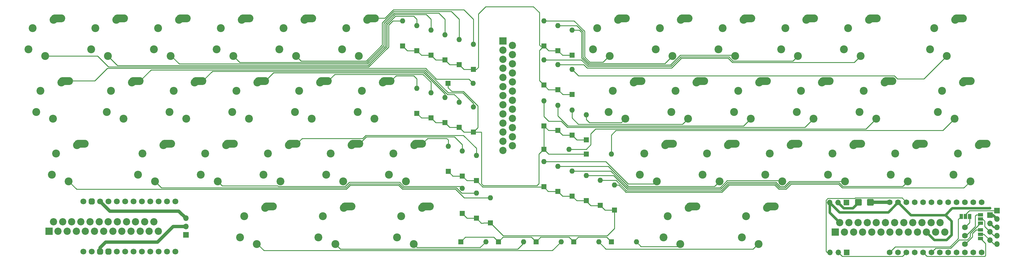
<source format=gbr>
%TF.GenerationSoftware,KiCad,Pcbnew,7.0.7*%
%TF.CreationDate,2023-09-01T02:06:52-04:00*%
%TF.ProjectId,rowStaggeredSplit,726f7753-7461-4676-9765-72656453706c,rev?*%
%TF.SameCoordinates,Original*%
%TF.FileFunction,Copper,L2,Bot*%
%TF.FilePolarity,Positive*%
%FSLAX46Y46*%
G04 Gerber Fmt 4.6, Leading zero omitted, Abs format (unit mm)*
G04 Created by KiCad (PCBNEW 7.0.7) date 2023-09-01 02:06:52*
%MOMM*%
%LPD*%
G01*
G04 APERTURE LIST*
G04 Aperture macros list*
%AMRoundRect*
0 Rectangle with rounded corners*
0 $1 Rounding radius*
0 $2 $3 $4 $5 $6 $7 $8 $9 X,Y pos of 4 corners*
0 Add a 4 corners polygon primitive as box body*
4,1,4,$2,$3,$4,$5,$6,$7,$8,$9,$2,$3,0*
0 Add four circle primitives for the rounded corners*
1,1,$1+$1,$2,$3*
1,1,$1+$1,$4,$5*
1,1,$1+$1,$6,$7*
1,1,$1+$1,$8,$9*
0 Add four rect primitives between the rounded corners*
20,1,$1+$1,$2,$3,$4,$5,0*
20,1,$1+$1,$4,$5,$6,$7,0*
20,1,$1+$1,$6,$7,$8,$9,0*
20,1,$1+$1,$8,$9,$2,$3,0*%
%AMHorizOval*
0 Thick line with rounded ends*
0 $1 width*
0 $2 $3 position (X,Y) of the first rounded end (center of the circle)*
0 $4 $5 position (X,Y) of the second rounded end (center of the circle)*
0 Add line between two ends*
20,1,$1,$2,$3,$4,$5,0*
0 Add two circle primitives to create the rounded ends*
1,1,$1,$2,$3*
1,1,$1,$4,$5*%
G04 Aperture macros list end*
%TA.AperFunction,ComponentPad*%
%ADD10C,2.400000*%
%TD*%
%TA.AperFunction,ComponentPad*%
%ADD11HorizOval,2.400000X0.999962X0.008727X-0.999962X-0.008727X0*%
%TD*%
%TA.AperFunction,ComponentPad*%
%ADD12RoundRect,0.250000X-0.750000X-0.750000X0.750000X-0.750000X0.750000X0.750000X-0.750000X0.750000X0*%
%TD*%
%TA.AperFunction,ComponentPad*%
%ADD13R,1.600000X1.600000*%
%TD*%
%TA.AperFunction,ComponentPad*%
%ADD14O,1.600000X1.600000*%
%TD*%
%TA.AperFunction,ComponentPad*%
%ADD15R,1.700000X1.700000*%
%TD*%
%TA.AperFunction,ComponentPad*%
%ADD16O,1.700000X1.700000*%
%TD*%
%TA.AperFunction,ComponentPad*%
%ADD17C,1.800000*%
%TD*%
%TA.AperFunction,ComponentPad*%
%ADD18RoundRect,0.450000X0.450000X-0.450000X0.450000X0.450000X-0.450000X0.450000X-0.450000X-0.450000X0*%
%TD*%
%TA.AperFunction,ComponentPad*%
%ADD19R,2.200000X2.200000*%
%TD*%
%TA.AperFunction,ComponentPad*%
%ADD20C,2.200000*%
%TD*%
%TA.AperFunction,ComponentPad*%
%ADD21C,1.752600*%
%TD*%
%TA.AperFunction,SMDPad,CuDef*%
%ADD22R,1.500000X1.000000*%
%TD*%
%TA.AperFunction,SMDPad,CuDef*%
%ADD23R,1.000000X1.500000*%
%TD*%
%TA.AperFunction,ViaPad*%
%ADD24C,0.800000*%
%TD*%
%TA.AperFunction,Conductor*%
%ADD25C,0.250000*%
%TD*%
%TA.AperFunction,Conductor*%
%ADD26C,0.750000*%
%TD*%
%TA.AperFunction,Conductor*%
%ADD27C,0.500000*%
%TD*%
%TA.AperFunction,Conductor*%
%ADD28C,1.000000*%
%TD*%
G04 APERTURE END LIST*
D10*
%TO.P,MX6,1,1*%
%TO.N,col5*%
X145732500Y-193675000D03*
%TO.P,MX6,2,2*%
%TO.N,Net-(D6-A)*%
X149542500Y-202115000D03*
%TO.P,MX6,1,1*%
%TO.N,col5*%
X144442500Y-200115000D03*
D11*
%TO.P,MX6,2,2*%
%TO.N,Net-(D6-A)*%
X153442542Y-190674599D03*
D10*
X152082500Y-191135000D03*
%TD*%
%TO.P,MX24,1,1*%
%TO.N,col11*%
X326707500Y-212725000D03*
%TO.P,MX24,2,2*%
%TO.N,Net-(D24-A)*%
X330517500Y-221165000D03*
%TO.P,MX24,1,1*%
%TO.N,col11*%
X325417500Y-219165000D03*
D11*
%TO.P,MX24,2,2*%
%TO.N,Net-(D24-A)*%
X334417542Y-209724599D03*
D10*
X333057500Y-210185000D03*
%TD*%
%TO.P,MX39,1,1*%
%TO.N,col5*%
X162401250Y-250825000D03*
%TO.P,MX39,2,2*%
%TO.N,Net-(D39-A)*%
X166211250Y-259265000D03*
%TO.P,MX39,1,1*%
%TO.N,col5*%
X161111250Y-257265000D03*
D11*
%TO.P,MX39,2,2*%
%TO.N,Net-(D39-A)*%
X170111292Y-247824599D03*
D10*
X168751250Y-248285000D03*
%TD*%
%TO.P,MX40,1,1*%
%TO.N,col6*%
X243363750Y-250825000D03*
%TO.P,MX40,2,2*%
%TO.N,Net-(D40-A)*%
X247173750Y-259265000D03*
%TO.P,MX40,1,1*%
%TO.N,col6*%
X242073750Y-257265000D03*
D11*
%TO.P,MX40,2,2*%
%TO.N,Net-(D40-A)*%
X251073792Y-247824599D03*
D10*
X249713750Y-248285000D03*
%TD*%
%TO.P,MX14,1,1*%
%TO.N,col1*%
X74295000Y-212725000D03*
%TO.P,MX14,2,2*%
%TO.N,Net-(D14-A)*%
X78105000Y-221165000D03*
%TO.P,MX14,1,1*%
%TO.N,col1*%
X73005000Y-219165000D03*
D11*
%TO.P,MX14,2,2*%
%TO.N,Net-(D14-A)*%
X82005042Y-209724599D03*
D10*
X80645000Y-210185000D03*
%TD*%
%TO.P,MX10,1,1*%
%TO.N,col9*%
X279082500Y-193675000D03*
%TO.P,MX10,2,2*%
%TO.N,Net-(D10-A)*%
X282892500Y-202115000D03*
%TO.P,MX10,1,1*%
%TO.N,col9*%
X277792500Y-200115000D03*
D11*
%TO.P,MX10,2,2*%
%TO.N,Net-(D10-A)*%
X286792542Y-190674599D03*
D10*
X285432500Y-191135000D03*
%TD*%
%TO.P,MX7,1,1*%
%TO.N,col6*%
X221932500Y-193675000D03*
%TO.P,MX7,2,2*%
%TO.N,Net-(D7-A)*%
X225742500Y-202115000D03*
%TO.P,MX7,1,1*%
%TO.N,col6*%
X220642500Y-200115000D03*
D11*
%TO.P,MX7,2,2*%
%TO.N,Net-(D7-A)*%
X229642542Y-190674599D03*
D10*
X228282500Y-191135000D03*
%TD*%
%TO.P,MX11,1,1*%
%TO.N,col10*%
X298132500Y-193675000D03*
%TO.P,MX11,2,2*%
%TO.N,Net-(D11-A)*%
X301942500Y-202115000D03*
%TO.P,MX11,1,1*%
%TO.N,col10*%
X296842500Y-200115000D03*
D11*
%TO.P,MX11,2,2*%
%TO.N,Net-(D11-A)*%
X305842542Y-190674599D03*
D10*
X304482500Y-191135000D03*
%TD*%
%TO.P,MX16,1,1*%
%TO.N,col3*%
X112395000Y-212725000D03*
%TO.P,MX16,2,2*%
%TO.N,Net-(D16-A)*%
X116205000Y-221165000D03*
%TO.P,MX16,1,1*%
%TO.N,col3*%
X111105000Y-219165000D03*
D11*
%TO.P,MX16,2,2*%
%TO.N,Net-(D16-A)*%
X120105042Y-209724599D03*
D10*
X118745000Y-210185000D03*
%TD*%
%TO.P,MX37,1,1*%
%TO.N,col3*%
X114776250Y-250825000D03*
%TO.P,MX37,2,2*%
%TO.N,Net-(D37-A)*%
X118586250Y-259265000D03*
%TO.P,MX37,1,1*%
%TO.N,col3*%
X113486250Y-257265000D03*
D11*
%TO.P,MX37,2,2*%
%TO.N,Net-(D37-A)*%
X122486292Y-247824599D03*
D10*
X121126250Y-248285000D03*
%TD*%
%TO.P,MX33,1,1*%
%TO.N,col8*%
X274320000Y-231775000D03*
%TO.P,MX33,2,2*%
%TO.N,Net-(D33-A)*%
X278130000Y-240215000D03*
%TO.P,MX33,1,1*%
%TO.N,col8*%
X273030000Y-238215000D03*
D11*
%TO.P,MX33,2,2*%
%TO.N,Net-(D33-A)*%
X282030042Y-228774599D03*
D10*
X280670000Y-229235000D03*
%TD*%
%TO.P,MX22,1,1*%
%TO.N,col9*%
X283845000Y-212725000D03*
%TO.P,MX22,2,2*%
%TO.N,Net-(D22-A)*%
X287655000Y-221165000D03*
%TO.P,MX22,1,1*%
%TO.N,col9*%
X282555000Y-219165000D03*
D11*
%TO.P,MX22,2,2*%
%TO.N,Net-(D22-A)*%
X291555042Y-209724599D03*
D10*
X290195000Y-210185000D03*
%TD*%
%TO.P,MX25,1,1*%
%TO.N,col0*%
X57626250Y-231775000D03*
%TO.P,MX25,2,2*%
%TO.N,Net-(D25-A)*%
X61436250Y-240215000D03*
%TO.P,MX25,1,1*%
%TO.N,col0*%
X56336250Y-238215000D03*
D11*
%TO.P,MX25,2,2*%
%TO.N,Net-(D25-A)*%
X65336292Y-228774599D03*
D10*
X63976250Y-229235000D03*
%TD*%
%TO.P,MX2,1,1*%
%TO.N,col1*%
X69532500Y-193675000D03*
%TO.P,MX2,2,2*%
%TO.N,Net-(D2-A)*%
X73342500Y-202115000D03*
%TO.P,MX2,1,1*%
%TO.N,col1*%
X68242500Y-200115000D03*
D11*
%TO.P,MX2,2,2*%
%TO.N,Net-(D2-A)*%
X77242542Y-190674599D03*
D10*
X75882500Y-191135000D03*
%TD*%
%TO.P,MX5,1,1*%
%TO.N,col4*%
X126682500Y-193675000D03*
%TO.P,MX5,2,2*%
%TO.N,Net-(D5-A)*%
X130492500Y-202115000D03*
%TO.P,MX5,1,1*%
%TO.N,col4*%
X125392500Y-200115000D03*
D11*
%TO.P,MX5,2,2*%
%TO.N,Net-(D5-A)*%
X134392542Y-190674599D03*
D10*
X133032500Y-191135000D03*
%TD*%
%TO.P,MX21,1,1*%
%TO.N,col8*%
X264795000Y-212725000D03*
%TO.P,MX21,2,2*%
%TO.N,Net-(D21-A)*%
X268605000Y-221165000D03*
%TO.P,MX21,1,1*%
%TO.N,col8*%
X263505000Y-219165000D03*
D11*
%TO.P,MX21,2,2*%
%TO.N,Net-(D21-A)*%
X272505042Y-209724599D03*
D10*
X271145000Y-210185000D03*
%TD*%
%TO.P,MX1,1,1*%
%TO.N,col0*%
X50482500Y-193675000D03*
%TO.P,MX1,2,2*%
%TO.N,Net-(D1-A)*%
X54292500Y-202115000D03*
%TO.P,MX1,1,1*%
%TO.N,col0*%
X49192500Y-200115000D03*
D11*
%TO.P,MX1,2,2*%
%TO.N,Net-(D1-A)*%
X58192542Y-190674599D03*
D10*
X56832500Y-191135000D03*
%TD*%
%TO.P,MX27,1,1*%
%TO.N,col2*%
X102870000Y-231775000D03*
%TO.P,MX27,2,2*%
%TO.N,Net-(D27-A)*%
X106680000Y-240215000D03*
%TO.P,MX27,1,1*%
%TO.N,col2*%
X101580000Y-238215000D03*
D11*
%TO.P,MX27,2,2*%
%TO.N,Net-(D27-A)*%
X110580042Y-228774599D03*
D10*
X109220000Y-229235000D03*
%TD*%
%TO.P,MX36,1,1*%
%TO.N,col11*%
X331470000Y-231775000D03*
%TO.P,MX36,2,2*%
%TO.N,Net-(D36-A)*%
X335280000Y-240215000D03*
%TO.P,MX36,1,1*%
%TO.N,col11*%
X330180000Y-238215000D03*
D11*
%TO.P,MX36,2,2*%
%TO.N,Net-(D36-A)*%
X339180042Y-228774599D03*
D10*
X337820000Y-229235000D03*
%TD*%
%TO.P,MX13,1,1*%
%TO.N,col0*%
X52863750Y-212725000D03*
%TO.P,MX13,2,2*%
%TO.N,Net-(D13-A)*%
X56673750Y-221165000D03*
%TO.P,MX13,1,1*%
%TO.N,col0*%
X51573750Y-219165000D03*
D11*
%TO.P,MX13,2,2*%
%TO.N,Net-(D13-A)*%
X60573792Y-209724599D03*
D10*
X59213750Y-210185000D03*
%TD*%
%TO.P,MX18,1,1*%
%TO.N,col5*%
X150495000Y-212725000D03*
%TO.P,MX18,2,2*%
%TO.N,Net-(D18-A)*%
X154305000Y-221165000D03*
%TO.P,MX18,1,1*%
%TO.N,col5*%
X149205000Y-219165000D03*
D11*
%TO.P,MX18,2,2*%
%TO.N,Net-(D18-A)*%
X158205042Y-209724599D03*
D10*
X156845000Y-210185000D03*
%TD*%
%TO.P,MX12,1,1*%
%TO.N,col11*%
X324326250Y-193675000D03*
%TO.P,MX12,2,2*%
%TO.N,Net-(D12-A)*%
X328136250Y-202115000D03*
%TO.P,MX12,1,1*%
%TO.N,col11*%
X323036250Y-200115000D03*
D11*
%TO.P,MX12,2,2*%
%TO.N,Net-(D12-A)*%
X332036292Y-190674599D03*
D10*
X330676250Y-191135000D03*
%TD*%
%TO.P,MX9,1,1*%
%TO.N,col8*%
X260032500Y-193675000D03*
%TO.P,MX9,2,2*%
%TO.N,Net-(D9-A)*%
X263842500Y-202115000D03*
%TO.P,MX9,1,1*%
%TO.N,col8*%
X258742500Y-200115000D03*
D11*
%TO.P,MX9,2,2*%
%TO.N,Net-(D9-A)*%
X267742542Y-190674599D03*
D10*
X266382500Y-191135000D03*
%TD*%
%TO.P,MX30,1,1*%
%TO.N,col5*%
X160020000Y-231775000D03*
%TO.P,MX30,2,2*%
%TO.N,Net-(D30-A)*%
X163830000Y-240215000D03*
%TO.P,MX30,1,1*%
%TO.N,col5*%
X158730000Y-238215000D03*
D11*
%TO.P,MX30,2,2*%
%TO.N,Net-(D30-A)*%
X167730042Y-228774599D03*
D10*
X166370000Y-229235000D03*
%TD*%
%TO.P,MX20,1,1*%
%TO.N,col7*%
X245745000Y-212725000D03*
%TO.P,MX20,2,2*%
%TO.N,Net-(D20-A)*%
X249555000Y-221165000D03*
%TO.P,MX20,1,1*%
%TO.N,col7*%
X244455000Y-219165000D03*
D11*
%TO.P,MX20,2,2*%
%TO.N,Net-(D20-A)*%
X253455042Y-209724599D03*
D10*
X252095000Y-210185000D03*
%TD*%
%TO.P,MX38,1,1*%
%TO.N,col4*%
X138588750Y-250825000D03*
%TO.P,MX38,2,2*%
%TO.N,Net-(D38-A)*%
X142398750Y-259265000D03*
%TO.P,MX38,1,1*%
%TO.N,col4*%
X137298750Y-257265000D03*
D11*
%TO.P,MX38,2,2*%
%TO.N,Net-(D38-A)*%
X146298792Y-247824599D03*
D10*
X144938750Y-248285000D03*
%TD*%
%TO.P,MX19,1,1*%
%TO.N,col6*%
X226695000Y-212725000D03*
%TO.P,MX19,2,2*%
%TO.N,Net-(D19-A)*%
X230505000Y-221165000D03*
%TO.P,MX19,1,1*%
%TO.N,col6*%
X225405000Y-219165000D03*
D11*
%TO.P,MX19,2,2*%
%TO.N,Net-(D19-A)*%
X234405042Y-209724599D03*
D10*
X233045000Y-210185000D03*
%TD*%
%TO.P,MX3,1,1*%
%TO.N,col2*%
X88582500Y-193675000D03*
%TO.P,MX3,2,2*%
%TO.N,Net-(D3-A)*%
X92392500Y-202115000D03*
%TO.P,MX3,1,1*%
%TO.N,col2*%
X87292500Y-200115000D03*
D11*
%TO.P,MX3,2,2*%
%TO.N,Net-(D3-A)*%
X96292542Y-190674599D03*
D10*
X94932500Y-191135000D03*
%TD*%
%TO.P,MX32,1,1*%
%TO.N,col7*%
X255270000Y-231775000D03*
%TO.P,MX32,2,2*%
%TO.N,Net-(D32-A)*%
X259080000Y-240215000D03*
%TO.P,MX32,1,1*%
%TO.N,col7*%
X253980000Y-238215000D03*
D11*
%TO.P,MX32,2,2*%
%TO.N,Net-(D32-A)*%
X262980042Y-228774599D03*
D10*
X261620000Y-229235000D03*
%TD*%
%TO.P,MX15,1,1*%
%TO.N,col2*%
X93345000Y-212725000D03*
%TO.P,MX15,2,2*%
%TO.N,Net-(D15-A)*%
X97155000Y-221165000D03*
%TO.P,MX15,1,1*%
%TO.N,col2*%
X92055000Y-219165000D03*
D11*
%TO.P,MX15,2,2*%
%TO.N,Net-(D15-A)*%
X101055042Y-209724599D03*
D10*
X99695000Y-210185000D03*
%TD*%
%TO.P,MX35,1,1*%
%TO.N,col10*%
X312420000Y-231775000D03*
%TO.P,MX35,2,2*%
%TO.N,Net-(D35-A)*%
X316230000Y-240215000D03*
%TO.P,MX35,1,1*%
%TO.N,col10*%
X311130000Y-238215000D03*
D11*
%TO.P,MX35,2,2*%
%TO.N,Net-(D35-A)*%
X320130042Y-228774599D03*
D10*
X318770000Y-229235000D03*
%TD*%
%TO.P,MX29,1,1*%
%TO.N,col4*%
X140970000Y-231775000D03*
%TO.P,MX29,2,2*%
%TO.N,Net-(D29-A)*%
X144780000Y-240215000D03*
%TO.P,MX29,1,1*%
%TO.N,col4*%
X139680000Y-238215000D03*
D11*
%TO.P,MX29,2,2*%
%TO.N,Net-(D29-A)*%
X148680042Y-228774599D03*
D10*
X147320000Y-229235000D03*
%TD*%
%TO.P,MX31,1,1*%
%TO.N,col6*%
X236220000Y-231775000D03*
%TO.P,MX31,2,2*%
%TO.N,Net-(D31-A)*%
X240030000Y-240215000D03*
%TO.P,MX31,1,1*%
%TO.N,col6*%
X234930000Y-238215000D03*
D11*
%TO.P,MX31,2,2*%
%TO.N,Net-(D31-A)*%
X243930042Y-228774599D03*
D10*
X242570000Y-229235000D03*
%TD*%
%TO.P,MX28,1,1*%
%TO.N,col3*%
X121920000Y-231775000D03*
%TO.P,MX28,2,2*%
%TO.N,Net-(D28-A)*%
X125730000Y-240215000D03*
%TO.P,MX28,1,1*%
%TO.N,col3*%
X120630000Y-238215000D03*
D11*
%TO.P,MX28,2,2*%
%TO.N,Net-(D28-A)*%
X129630042Y-228774599D03*
D10*
X128270000Y-229235000D03*
%TD*%
%TO.P,MX4,1,1*%
%TO.N,col3*%
X107632500Y-193675000D03*
%TO.P,MX4,2,2*%
%TO.N,Net-(D4-A)*%
X111442500Y-202115000D03*
%TO.P,MX4,1,1*%
%TO.N,col3*%
X106342500Y-200115000D03*
D11*
%TO.P,MX4,2,2*%
%TO.N,Net-(D4-A)*%
X115342542Y-190674599D03*
D10*
X113982500Y-191135000D03*
%TD*%
%TO.P,MX23,1,1*%
%TO.N,col10*%
X302895000Y-212725000D03*
%TO.P,MX23,2,2*%
%TO.N,Net-(D23-A)*%
X306705000Y-221165000D03*
%TO.P,MX23,1,1*%
%TO.N,col10*%
X301605000Y-219165000D03*
D11*
%TO.P,MX23,2,2*%
%TO.N,Net-(D23-A)*%
X310605042Y-209724599D03*
D10*
X309245000Y-210185000D03*
%TD*%
%TO.P,MX17,1,1*%
%TO.N,col4*%
X131445000Y-212725000D03*
%TO.P,MX17,2,2*%
%TO.N,Net-(D17-A)*%
X135255000Y-221165000D03*
%TO.P,MX17,1,1*%
%TO.N,col4*%
X130155000Y-219165000D03*
D11*
%TO.P,MX17,2,2*%
%TO.N,Net-(D17-A)*%
X139155042Y-209724599D03*
D10*
X137795000Y-210185000D03*
%TD*%
%TO.P,MX8,1,1*%
%TO.N,col7*%
X240982500Y-193675000D03*
%TO.P,MX8,2,2*%
%TO.N,Net-(D8-A)*%
X244792500Y-202115000D03*
%TO.P,MX8,1,1*%
%TO.N,col7*%
X239692500Y-200115000D03*
D11*
%TO.P,MX8,2,2*%
%TO.N,Net-(D8-A)*%
X248692542Y-190674599D03*
D10*
X247332500Y-191135000D03*
%TD*%
%TO.P,MX26,1,1*%
%TO.N,col1*%
X83820000Y-231775000D03*
%TO.P,MX26,2,2*%
%TO.N,Net-(D26-A)*%
X87630000Y-240215000D03*
%TO.P,MX26,1,1*%
%TO.N,col1*%
X82530000Y-238215000D03*
D11*
%TO.P,MX26,2,2*%
%TO.N,Net-(D26-A)*%
X91530042Y-228774599D03*
D10*
X90170000Y-229235000D03*
%TD*%
%TO.P,MX41,1,1*%
%TO.N,col7*%
X267176250Y-250825000D03*
%TO.P,MX41,2,2*%
%TO.N,Net-(D41-A)*%
X270986250Y-259265000D03*
%TO.P,MX41,1,1*%
%TO.N,col7*%
X265886250Y-257265000D03*
D11*
%TO.P,MX41,2,2*%
%TO.N,Net-(D41-A)*%
X274886292Y-247824599D03*
D10*
X273526250Y-248285000D03*
%TD*%
%TO.P,MX34,1,1*%
%TO.N,col9*%
X293370000Y-231775000D03*
%TO.P,MX34,2,2*%
%TO.N,Net-(D34-A)*%
X297180000Y-240215000D03*
%TO.P,MX34,1,1*%
%TO.N,col9*%
X292080000Y-238215000D03*
D11*
%TO.P,MX34,2,2*%
%TO.N,Net-(D34-A)*%
X301080042Y-228774599D03*
D10*
X299720000Y-229235000D03*
%TD*%
D12*
%TO.P,J4,1,Pin_1*%
%TO.N,Net-(J4-Pin_1)*%
X301305000Y-246600000D03*
%TD*%
D13*
%TO.P,D12,1,K*%
%TO.N,row0*%
X214310000Y-213836250D03*
D14*
%TO.P,D12,2,A*%
%TO.N,Net-(D12-A)*%
X214310000Y-206216250D03*
%TD*%
D13*
%TO.P,D23,1,K*%
%TO.N,row1*%
X205740000Y-230505000D03*
D14*
%TO.P,D23,2,A*%
%TO.N,Net-(D23-A)*%
X213360000Y-230505000D03*
%TD*%
D15*
%TO.P,J3,1,Pin_1*%
%TO.N,Net-(J3-Pin_1)*%
X343350000Y-249140000D03*
D16*
%TO.P,J3,2,Pin_2*%
%TO.N,gnd2*%
X343350000Y-251680000D03*
%TO.P,J3,3,Pin_3*%
%TO.N,Net-(J10-Pin_2)*%
X343350000Y-254220000D03*
%TO.P,J3,4,Pin_4*%
%TO.N,Net-(J10-Pin_3)*%
X343350000Y-256760000D03*
%TO.P,J3,5,Pin_5*%
%TO.N,Net-(J10-Pin_4)*%
X343350000Y-259300000D03*
%TD*%
D13*
%TO.P,D33,1,K*%
%TO.N,row2*%
X214312500Y-244697500D03*
D14*
%TO.P,D33,2,A*%
%TO.N,Net-(D33-A)*%
X214312500Y-237077500D03*
%TD*%
D17*
%TO.P,U2,1,D3-TX*%
%TO.N,d3*%
X65900000Y-261540000D03*
%TO.P,U2,2,D2-RX*%
%TO.N,d2*%
X68440000Y-261540000D03*
D18*
%TO.P,U2,3,GND*%
%TO.N,gndPM2*%
X70980000Y-261540000D03*
%TO.P,U2,4,GND*%
%TO.N,unconnected-(U2-GND-Pad4)*%
X73520000Y-261540000D03*
D17*
%TO.P,U2,5,D1*%
%TO.N,d1*%
X76060000Y-261540000D03*
%TO.P,U2,6,D0*%
%TO.N,d0*%
X78600000Y-261540000D03*
%TO.P,U2,7,D4*%
%TO.N,d4*%
X81140000Y-261540000D03*
%TO.P,U2,8,C6*%
%TO.N,c6*%
X83680000Y-261540000D03*
%TO.P,U2,9,D7*%
%TO.N,d7*%
X86220000Y-261540000D03*
%TO.P,U2,10,E6*%
%TO.N,e6*%
X88760000Y-261540000D03*
%TO.P,U2,11,B4*%
%TO.N,b4*%
X91300000Y-261540000D03*
%TO.P,U2,12,B5*%
%TO.N,b5*%
X93840000Y-261540000D03*
%TO.P,U2,13,B0*%
%TO.N,unconnected-(U2-B0-Pad13)*%
X65900000Y-246300000D03*
D18*
%TO.P,U2,14,GND*%
%TO.N,gndPM*%
X68440000Y-246300000D03*
D17*
%TO.P,U2,15,RST*%
%TO.N,rstPM*%
X70980000Y-246300000D03*
%TO.P,U2,16,VCC*%
%TO.N,vccPM*%
X73520000Y-246300000D03*
%TO.P,U2,17,F4*%
%TO.N,f4*%
X76060000Y-246300000D03*
%TO.P,U2,18,F5*%
%TO.N,f5*%
X78600000Y-246300000D03*
%TO.P,U2,19,F6*%
%TO.N,f6*%
X81140000Y-246300000D03*
%TO.P,U2,20,F7*%
%TO.N,f7*%
X83680000Y-246300000D03*
%TO.P,U2,21,B1*%
%TO.N,b1*%
X86220000Y-246300000D03*
%TO.P,U2,22,B3*%
%TO.N,b3*%
X88760000Y-246300000D03*
%TO.P,U2,23,B2*%
%TO.N,b2*%
X91300000Y-246300000D03*
%TO.P,U2,24,B6*%
%TO.N,b6*%
X93840000Y-246300000D03*
%TD*%
D13*
%TO.P,D17,1,K*%
%TO.N,row1*%
X171450000Y-220980000D03*
D14*
%TO.P,D17,2,A*%
%TO.N,Net-(D17-A)*%
X171450000Y-213360000D03*
%TD*%
D13*
%TO.P,D16,1,K*%
%TO.N,row1*%
X175736250Y-222408750D03*
D14*
%TO.P,D16,2,A*%
%TO.N,Net-(D16-A)*%
X175736250Y-214788750D03*
%TD*%
D13*
%TO.P,D25,1,K*%
%TO.N,row2*%
X189530000Y-252880000D03*
D14*
%TO.P,D25,2,A*%
%TO.N,Net-(D25-A)*%
X189530000Y-245260000D03*
%TD*%
D13*
%TO.P,D3,1,K*%
%TO.N,row0*%
X171450000Y-201930000D03*
D14*
%TO.P,D3,2,A*%
%TO.N,Net-(D3-A)*%
X171450000Y-194310000D03*
%TD*%
D13*
%TO.P,D41,1,K*%
%TO.N,row3*%
X214788750Y-258603750D03*
D14*
%TO.P,D41,2,A*%
%TO.N,Net-(D41-A)*%
X222408750Y-258603750D03*
%TD*%
D15*
%TO.P,J6,1,Pin_1*%
%TO.N,unconnected-(J6-Pin_1-Pad1)*%
X297675000Y-246645000D03*
D16*
%TO.P,J6,2,Pin_2*%
%TO.N,Net-(J4-Pin_1)*%
X295135000Y-246645000D03*
%TO.P,J6,3,Pin_3*%
%TO.N,gnd2*%
X292595000Y-246645000D03*
%TD*%
D13*
%TO.P,D31,1,K*%
%TO.N,row2*%
X205740000Y-241840000D03*
D14*
%TO.P,D31,2,A*%
%TO.N,Net-(D31-A)*%
X205740000Y-234220000D03*
%TD*%
D13*
%TO.P,D40,1,K*%
%TO.N,row3*%
X226218750Y-258603750D03*
D14*
%TO.P,D40,2,A*%
%TO.N,Net-(D40-A)*%
X233838750Y-258603750D03*
%TD*%
D13*
%TO.P,D14,1,K*%
%TO.N,row1*%
X184308750Y-225266250D03*
D14*
%TO.P,D14,2,A*%
%TO.N,Net-(D14-A)*%
X184308750Y-217646250D03*
%TD*%
D13*
%TO.P,D20,1,K*%
%TO.N,row1*%
X214312500Y-226218750D03*
D14*
%TO.P,D20,2,A*%
%TO.N,Net-(D20-A)*%
X214312500Y-218598750D03*
%TD*%
D13*
%TO.P,D28,1,K*%
%TO.N,row2*%
X185261250Y-240030000D03*
D14*
%TO.P,D28,2,A*%
%TO.N,Net-(D28-A)*%
X185261250Y-232410000D03*
%TD*%
D15*
%TO.P,J7,1,Pin_1*%
%TO.N,unconnected-(J7-Pin_1-Pad1)*%
X297715000Y-261830000D03*
D16*
%TO.P,J7,2,Pin_2*%
%TO.N,Net-(J7-Pin_2)*%
X295175000Y-261830000D03*
%TO.P,J7,3,Pin_3*%
%TO.N,rst*%
X292635000Y-261830000D03*
%TD*%
D19*
%TO.P,J1,1,1*%
%TO.N,unconnected-(J1-Pad1)*%
X193357500Y-197577500D03*
D20*
%TO.P,J1,2,2*%
%TO.N,col0*%
X193357500Y-200347500D03*
%TO.P,J1,3,3*%
%TO.N,unconnected-(J1-Pad3)*%
X193357500Y-203117500D03*
%TO.P,J1,4,4*%
%TO.N,unconnected-(J1-Pad4)*%
X193357500Y-205887500D03*
%TO.P,J1,5,5*%
%TO.N,col1*%
X193357500Y-208657500D03*
%TO.P,J1,6,6*%
%TO.N,col2*%
X193357500Y-211427500D03*
%TO.P,J1,7,7*%
%TO.N,col3*%
X193357500Y-214197500D03*
%TO.P,J1,8,8*%
%TO.N,col4*%
X193357500Y-216967500D03*
%TO.P,J1,9,9*%
%TO.N,col5*%
X193357500Y-219737500D03*
%TO.P,J1,10,10*%
%TO.N,row3*%
X193357500Y-222507500D03*
%TO.P,J1,11,11*%
%TO.N,unconnected-(J1-Pad11)*%
X193357500Y-225277500D03*
%TO.P,J1,12,12*%
%TO.N,unconnected-(J1-Pad12)*%
X193357500Y-228047500D03*
%TO.P,J1,13,13*%
%TO.N,row1*%
X193357500Y-230817500D03*
%TO.P,J1,14,P14*%
%TO.N,unconnected-(J1-P14-Pad14)*%
X196197500Y-198962500D03*
%TO.P,J1,15,P15*%
%TO.N,unconnected-(J1-P15-Pad15)*%
X196197500Y-201732500D03*
%TO.P,J1,16,P16*%
%TO.N,unconnected-(J1-P16-Pad16)*%
X196197500Y-204502500D03*
%TO.P,J1,17,P17*%
%TO.N,col11*%
X196197500Y-207272500D03*
%TO.P,J1,18,P18*%
%TO.N,col10*%
X196197500Y-210042500D03*
%TO.P,J1,19,P19*%
%TO.N,col9*%
X196197500Y-212812500D03*
%TO.P,J1,20,P20*%
%TO.N,col8*%
X196197500Y-215582500D03*
%TO.P,J1,21,P21*%
%TO.N,col7*%
X196197500Y-218352500D03*
%TO.P,J1,22,P22*%
%TO.N,col6*%
X196197500Y-221122500D03*
%TO.P,J1,23,P23*%
%TO.N,unconnected-(J1-P23-Pad23)*%
X196197500Y-223892500D03*
%TO.P,J1,24,P24*%
%TO.N,row2*%
X196197500Y-226662500D03*
%TO.P,J1,25,P25*%
%TO.N,row0*%
X196197500Y-229432500D03*
%TD*%
D13*
%TO.P,D30,1,K*%
%TO.N,row2*%
X176688750Y-237172500D03*
D14*
%TO.P,D30,2,A*%
%TO.N,Net-(D30-A)*%
X176688750Y-229552500D03*
%TD*%
D21*
%TO.P,U1,1,TX0/P0.06*%
%TO.N,006*%
X310780000Y-261820000D03*
%TO.P,U1,2,RX1/P0.08*%
%TO.N,008*%
X313320000Y-261820000D03*
%TO.P,U1,3,GND*%
%TO.N,Net-(J7-Pin_2)*%
X315860000Y-261820000D03*
%TO.P,U1,4,GND*%
%TO.N,gnd*%
X318400000Y-261820000D03*
%TO.P,U1,5,P0.17*%
%TO.N,017*%
X320940000Y-261820000D03*
%TO.P,U1,6,P0.20*%
%TO.N,020*%
X323480000Y-261820000D03*
%TO.P,U1,7,P0.22*%
%TO.N,022*%
X326020000Y-261820000D03*
%TO.P,U1,8,P0.24*%
%TO.N,024*%
X328560000Y-261820000D03*
%TO.P,U1,9,P1.00*%
%TO.N,100*%
X331100000Y-261820000D03*
%TO.P,U1,10,P0.11*%
%TO.N,011*%
X333640000Y-261820000D03*
%TO.P,U1,11,P1.04*%
%TO.N,004*%
X336180000Y-261820000D03*
%TO.P,U1,12,P1.06*%
%TO.N,106*%
X338720000Y-261820000D03*
%TO.P,U1,13,NFC1/P0.09*%
%TO.N,009*%
X338720000Y-246580000D03*
%TO.P,U1,14,NFC2/P0.10*%
%TO.N,010*%
X336180000Y-246580000D03*
%TO.P,U1,15,P1.11*%
%TO.N,111*%
X333640000Y-246580000D03*
%TO.P,U1,16,P1.13*%
%TO.N,113*%
X331100000Y-246580000D03*
%TO.P,U1,17,P1.15*%
%TO.N,115*%
X328560000Y-246580000D03*
%TO.P,U1,18,AIN0/P0.02*%
%TO.N,002*%
X326020000Y-246580000D03*
%TO.P,U1,19,AIN5/P0.29*%
%TO.N,029*%
X323480000Y-246580000D03*
%TO.P,U1,20,AIN7/P0.31*%
%TO.N,031*%
X320940000Y-246580000D03*
%TO.P,U1,21,VCC*%
%TO.N,Net-(J10-Pin_2)*%
X318400000Y-246580000D03*
%TO.P,U1,22,RST*%
%TO.N,rst*%
X315860000Y-246580000D03*
%TO.P,U1,23,GND*%
%TO.N,gnd2*%
X313320000Y-246580000D03*
%TO.P,U1,24,BATIN/P0.04*%
%TO.N,Net-(J5-Pin_1)*%
X310780000Y-246580000D03*
%TO.P,U1,31,P1.01*%
%TO.N,101*%
X333640000Y-259280000D03*
%TO.P,U1,32,P1.02*%
%TO.N,102*%
X333640000Y-256740000D03*
%TO.P,U1,33,P1.07*%
%TO.N,107*%
X333640000Y-254200000D03*
%TD*%
D13*
%TO.P,D26,1,K*%
%TO.N,row2*%
X185250000Y-251460000D03*
D14*
%TO.P,D26,2,A*%
%TO.N,Net-(D26-A)*%
X185250000Y-243840000D03*
%TD*%
D13*
%TO.P,D5,1,K*%
%TO.N,row0*%
X180022500Y-204787500D03*
D14*
%TO.P,D5,2,A*%
%TO.N,Net-(D5-A)*%
X180022500Y-197167500D03*
%TD*%
D13*
%TO.P,D24,1,K*%
%TO.N,row1*%
X218598750Y-231933750D03*
D14*
%TO.P,D24,2,A*%
%TO.N,Net-(D24-A)*%
X226218750Y-231933750D03*
%TD*%
D13*
%TO.P,D13,1,K*%
%TO.N,row1*%
X176680000Y-210480000D03*
D14*
%TO.P,D13,2,A*%
%TO.N,Net-(D13-A)*%
X184300000Y-210480000D03*
%TD*%
D13*
%TO.P,D21,1,K*%
%TO.N,row1*%
X210026250Y-224790000D03*
D14*
%TO.P,D21,2,A*%
%TO.N,Net-(D21-A)*%
X210026250Y-217170000D03*
%TD*%
D13*
%TO.P,D9,1,K*%
%TO.N,row0*%
X214312500Y-201930000D03*
D14*
%TO.P,D9,2,A*%
%TO.N,Net-(D9-A)*%
X214312500Y-194310000D03*
%TD*%
D13*
%TO.P,D6,1,K*%
%TO.N,row0*%
X184308750Y-206216250D03*
D14*
%TO.P,D6,2,A*%
%TO.N,Net-(D6-A)*%
X184308750Y-198596250D03*
%TD*%
D13*
%TO.P,D34,1,K*%
%TO.N,row2*%
X218598750Y-246126250D03*
D14*
%TO.P,D34,2,A*%
%TO.N,Net-(D34-A)*%
X218598750Y-238506250D03*
%TD*%
D13*
%TO.P,D29,1,K*%
%TO.N,row2*%
X180975000Y-238601250D03*
D14*
%TO.P,D29,2,A*%
%TO.N,Net-(D29-A)*%
X180975000Y-230981250D03*
%TD*%
D13*
%TO.P,D22,1,K*%
%TO.N,row1*%
X205740000Y-223361250D03*
D14*
%TO.P,D22,2,A*%
%TO.N,Net-(D22-A)*%
X205740000Y-215741250D03*
%TD*%
D13*
%TO.P,D39,1,K*%
%TO.N,row3*%
X180498750Y-258603750D03*
D14*
%TO.P,D39,2,A*%
%TO.N,Net-(D39-A)*%
X188118750Y-258603750D03*
%TD*%
D13*
%TO.P,D4,1,K*%
%TO.N,row0*%
X175736250Y-203358750D03*
D14*
%TO.P,D4,2,A*%
%TO.N,Net-(D4-A)*%
X175736250Y-195738750D03*
%TD*%
D13*
%TO.P,D8,1,K*%
%TO.N,row0*%
X210026250Y-200501250D03*
D14*
%TO.P,D8,2,A*%
%TO.N,Net-(D8-A)*%
X210026250Y-192881250D03*
%TD*%
D13*
%TO.P,D15,1,K*%
%TO.N,row1*%
X180022500Y-223837500D03*
D14*
%TO.P,D15,2,A*%
%TO.N,Net-(D15-A)*%
X180022500Y-216217500D03*
%TD*%
D12*
%TO.P,J5,1,Pin_1*%
%TO.N,Net-(J5-Pin_1)*%
X304955000Y-246600000D03*
%TD*%
D13*
%TO.P,D38,1,K*%
%TO.N,row3*%
X191928750Y-258603750D03*
D14*
%TO.P,D38,2,A*%
%TO.N,Net-(D38-A)*%
X199548750Y-258603750D03*
%TD*%
D13*
%TO.P,D19,1,K*%
%TO.N,row1*%
X218598750Y-227647500D03*
D14*
%TO.P,D19,2,A*%
%TO.N,Net-(D19-A)*%
X218598750Y-220027500D03*
%TD*%
D15*
%TO.P,J9,1,Pin_1*%
%TO.N,unconnected-(J9-Pin_1-Pad1)*%
X97025000Y-256525000D03*
D16*
%TO.P,J9,2,Pin_2*%
%TO.N,gndPM2*%
X97025000Y-253985000D03*
%TO.P,J9,3,Pin_3*%
%TO.N,rstPM*%
X97025000Y-251445000D03*
%TD*%
D13*
%TO.P,D1,1,K*%
%TO.N,row0*%
X162877500Y-199072500D03*
D14*
%TO.P,D1,2,A*%
%TO.N,Net-(D1-A)*%
X162877500Y-191452500D03*
%TD*%
D13*
%TO.P,D7,1,K*%
%TO.N,row0*%
X205740000Y-199072500D03*
D14*
%TO.P,D7,2,A*%
%TO.N,Net-(D7-A)*%
X205740000Y-191452500D03*
%TD*%
D13*
%TO.P,D36,1,K*%
%TO.N,row2*%
X227171250Y-248983750D03*
D14*
%TO.P,D36,2,A*%
%TO.N,Net-(D36-A)*%
X227171250Y-241363750D03*
%TD*%
D13*
%TO.P,D11,1,K*%
%TO.N,row0*%
X210026250Y-212370000D03*
D14*
%TO.P,D11,2,A*%
%TO.N,Net-(D11-A)*%
X210026250Y-204750000D03*
%TD*%
D13*
%TO.P,D32,1,K*%
%TO.N,row2*%
X210026250Y-243268750D03*
D14*
%TO.P,D32,2,A*%
%TO.N,Net-(D32-A)*%
X210026250Y-235648750D03*
%TD*%
D15*
%TO.P,J10,1,Pin_1*%
%TO.N,gnd2*%
X341225000Y-250510000D03*
D16*
%TO.P,J10,2,Pin_2*%
%TO.N,Net-(J10-Pin_2)*%
X341225000Y-253050000D03*
%TO.P,J10,3,Pin_3*%
%TO.N,Net-(J10-Pin_3)*%
X341225000Y-255590000D03*
%TO.P,J10,4,Pin_4*%
%TO.N,Net-(J10-Pin_4)*%
X341225000Y-258130000D03*
%TD*%
D13*
%TO.P,D27,1,K*%
%TO.N,row2*%
X180960000Y-250020000D03*
D14*
%TO.P,D27,2,A*%
%TO.N,Net-(D27-A)*%
X180960000Y-242400000D03*
%TD*%
D13*
%TO.P,D18,1,K*%
%TO.N,row1*%
X167163750Y-219551250D03*
D14*
%TO.P,D18,2,A*%
%TO.N,Net-(D18-A)*%
X167163750Y-211931250D03*
%TD*%
D13*
%TO.P,D2,1,K*%
%TO.N,row0*%
X167163750Y-200501250D03*
D14*
%TO.P,D2,2,A*%
%TO.N,Net-(D2-A)*%
X167163750Y-192881250D03*
%TD*%
D13*
%TO.P,D10,1,K*%
%TO.N,row0*%
X205740000Y-210970000D03*
D14*
%TO.P,D10,2,A*%
%TO.N,Net-(D10-A)*%
X205740000Y-203350000D03*
%TD*%
D13*
%TO.P,D35,1,K*%
%TO.N,row2*%
X222885000Y-247555000D03*
D14*
%TO.P,D35,2,A*%
%TO.N,Net-(D35-A)*%
X222885000Y-239935000D03*
%TD*%
D13*
%TO.P,D37,1,K*%
%TO.N,row3*%
X203358750Y-258603750D03*
D14*
%TO.P,D37,2,A*%
%TO.N,Net-(D37-A)*%
X210978750Y-258603750D03*
%TD*%
D22*
%TO.P,JP1,1,A*%
%TO.N,017*%
X338370000Y-257610000D03*
%TO.P,JP1,2,C*%
%TO.N,Net-(J10-Pin_4)*%
X338370000Y-256310000D03*
%TO.P,JP1,3,B*%
%TO.N,101*%
X338370000Y-255010000D03*
%TD*%
D19*
%TO.P,J2,1,1*%
%TO.N,006*%
X294260000Y-255640000D03*
D20*
%TO.P,J2,2,2*%
%TO.N,008*%
X297030000Y-255640000D03*
%TO.P,J2,3,3*%
%TO.N,017*%
X299800000Y-255640000D03*
%TO.P,J2,4,4*%
%TO.N,020*%
X302570000Y-255640000D03*
%TO.P,J2,5,5*%
%TO.N,022*%
X305340000Y-255640000D03*
%TO.P,J2,6,6*%
%TO.N,024*%
X308110000Y-255640000D03*
%TO.P,J2,7,7*%
%TO.N,100*%
X310880000Y-255640000D03*
%TO.P,J2,8,8*%
%TO.N,011*%
X313650000Y-255640000D03*
%TO.P,J2,9,9*%
%TO.N,004*%
X316420000Y-255640000D03*
%TO.P,J2,10,10*%
%TO.N,106*%
X319190000Y-255640000D03*
%TO.P,J2,11,11*%
%TO.N,gnd2*%
X321960000Y-255640000D03*
%TO.P,J2,12,12*%
%TO.N,101*%
X324730000Y-255640000D03*
%TO.P,J2,13,13*%
%TO.N,102*%
X327500000Y-255640000D03*
%TO.P,J2,14,P14*%
%TO.N,gnd2*%
X295645000Y-252800000D03*
%TO.P,J2,15,P15*%
%TO.N,rst*%
X298415000Y-252800000D03*
%TO.P,J2,16,P16*%
%TO.N,vccJ*%
X301185000Y-252800000D03*
%TO.P,J2,17,P17*%
%TO.N,031*%
X303955000Y-252800000D03*
%TO.P,J2,18,P18*%
%TO.N,029*%
X306725000Y-252800000D03*
%TO.P,J2,19,P19*%
%TO.N,002*%
X309495000Y-252800000D03*
%TO.P,J2,20,P20*%
%TO.N,115*%
X312265000Y-252800000D03*
%TO.P,J2,21,P21*%
%TO.N,113*%
X315035000Y-252800000D03*
%TO.P,J2,22,P22*%
%TO.N,111*%
X317805000Y-252800000D03*
%TO.P,J2,23,P23*%
%TO.N,010*%
X320575000Y-252800000D03*
%TO.P,J2,24,P24*%
%TO.N,009*%
X323345000Y-252800000D03*
%TO.P,J2,25,P25*%
%TO.N,107*%
X326115000Y-252800000D03*
%TD*%
D23*
%TO.P,JP3,1,A*%
%TO.N,006*%
X332490000Y-250890000D03*
%TO.P,JP3,2,C*%
%TO.N,Net-(J3-Pin_1)*%
X333790000Y-250890000D03*
%TO.P,JP3,3,B*%
%TO.N,107*%
X335090000Y-250890000D03*
%TD*%
D22*
%TO.P,JP2,1,A*%
%TO.N,020*%
X338380000Y-252960000D03*
%TO.P,JP2,2,C*%
%TO.N,Net-(J10-Pin_3)*%
X338380000Y-251660000D03*
%TO.P,JP2,3,B*%
%TO.N,102*%
X338380000Y-250360000D03*
%TD*%
D19*
%TO.P,J8,1,1*%
%TO.N,unconnected-(J8-Pad1)*%
X55455000Y-255390000D03*
D20*
%TO.P,J8,2,2*%
%TO.N,d3*%
X58225000Y-255390000D03*
%TO.P,J8,3,3*%
%TO.N,unconnected-(J8-Pad3)*%
X60995000Y-255390000D03*
%TO.P,J8,4,4*%
%TO.N,unconnected-(J8-Pad4)*%
X63765000Y-255390000D03*
%TO.P,J8,5,5*%
%TO.N,d2*%
X66535000Y-255390000D03*
%TO.P,J8,6,6*%
%TO.N,d4*%
X69305000Y-255390000D03*
%TO.P,J8,7,7*%
%TO.N,c6*%
X72075000Y-255390000D03*
%TO.P,J8,8,8*%
%TO.N,d7*%
X74845000Y-255390000D03*
%TO.P,J8,9,9*%
%TO.N,e6*%
X77615000Y-255390000D03*
%TO.P,J8,10,10*%
%TO.N,b4*%
X80385000Y-255390000D03*
%TO.P,J8,11,11*%
%TO.N,unconnected-(J8-Pad11)*%
X83155000Y-255390000D03*
%TO.P,J8,12,12*%
%TO.N,unconnected-(J8-Pad12)*%
X85925000Y-255390000D03*
%TO.P,J8,13,13*%
%TO.N,b5*%
X88695000Y-255390000D03*
%TO.P,J8,14,P14*%
%TO.N,gndPM*%
X56840000Y-252550000D03*
%TO.P,J8,15,P15*%
%TO.N,rstPM*%
X59610000Y-252550000D03*
%TO.P,J8,16,P16*%
%TO.N,vccPM*%
X62380000Y-252550000D03*
%TO.P,J8,17,P17*%
%TO.N,f4*%
X65150000Y-252550000D03*
%TO.P,J8,18,P18*%
%TO.N,f5*%
X67920000Y-252550000D03*
%TO.P,J8,19,P19*%
%TO.N,f6*%
X70690000Y-252550000D03*
%TO.P,J8,20,P20*%
%TO.N,f7*%
X73460000Y-252550000D03*
%TO.P,J8,21,P21*%
%TO.N,b1*%
X76230000Y-252550000D03*
%TO.P,J8,22,P22*%
%TO.N,b3*%
X79000000Y-252550000D03*
%TO.P,J8,23,P23*%
%TO.N,unconnected-(J8-P23-Pad23)*%
X81770000Y-252550000D03*
%TO.P,J8,24,P24*%
%TO.N,b2*%
X84540000Y-252550000D03*
%TO.P,J8,25,P25*%
%TO.N,b6*%
X87310000Y-252550000D03*
%TD*%
D24*
%TO.N,gnd2*%
X341250000Y-248350000D03*
%TD*%
D25*
%TO.N,Net-(D39-A)*%
X167286250Y-260340000D02*
X166211250Y-259265000D01*
X188118750Y-258603750D02*
X186382500Y-260340000D01*
X186382500Y-260340000D02*
X167286250Y-260340000D01*
%TO.N,row2*%
X227171250Y-254528750D02*
X227171250Y-248983750D01*
X224975000Y-256725000D02*
X227171250Y-254528750D01*
X193375000Y-256725000D02*
X224975000Y-256725000D01*
X189530000Y-252880000D02*
X193375000Y-256725000D01*
%TO.N,Net-(D1-A)*%
X162877500Y-191452500D02*
X159864042Y-191452500D01*
X158591250Y-199392792D02*
X152544042Y-205440000D01*
X152544042Y-205440000D02*
X73518750Y-205440000D01*
X158591250Y-192725292D02*
X158591250Y-199392792D01*
X159864042Y-191452500D02*
X158591250Y-192725292D01*
X73518750Y-205440000D02*
X70193750Y-202115000D01*
X70193750Y-202115000D02*
X54292500Y-202115000D01*
%TO.N,Net-(D2-A)*%
X152357646Y-204990000D02*
X76217500Y-204990000D01*
X167163750Y-192881250D02*
X167163750Y-190976250D01*
X158115000Y-199232646D02*
X152357646Y-204990000D01*
X167163750Y-190976250D02*
X166211250Y-190023750D01*
X166211250Y-190023750D02*
X160656396Y-190023750D01*
X76217500Y-204990000D02*
X73342500Y-202115000D01*
X160656396Y-190023750D02*
X158115000Y-192565146D01*
X158115000Y-192565146D02*
X158115000Y-199232646D01*
%TO.N,Net-(D3-A)*%
X152171250Y-204540000D02*
X157638750Y-199072500D01*
X92392500Y-202115000D02*
X92577500Y-202115000D01*
X160496250Y-189547500D02*
X170021250Y-189547500D01*
X95002500Y-204540000D02*
X152171250Y-204540000D01*
X170021250Y-189547500D02*
X171450000Y-190976250D01*
X92577500Y-202115000D02*
X95002500Y-204540000D01*
X171450000Y-190976250D02*
X171450000Y-194310000D01*
X157638750Y-192405000D02*
X160496250Y-189547500D01*
X157638750Y-199072500D02*
X157638750Y-192405000D01*
%TO.N,Net-(D4-A)*%
X173831250Y-189071250D02*
X160336104Y-189071250D01*
X175736250Y-190976250D02*
X173831250Y-189071250D01*
X151984854Y-204090000D02*
X113417500Y-204090000D01*
X157162500Y-192244854D02*
X157162500Y-198912354D01*
X175736250Y-195738750D02*
X175736250Y-190976250D01*
X113417500Y-204090000D02*
X111442500Y-202115000D01*
X157162500Y-198912354D02*
X151984854Y-204090000D01*
X160336104Y-189071250D02*
X157162500Y-192244854D01*
%TO.N,Net-(D5-A)*%
X180022500Y-197167500D02*
X180022500Y-190976250D01*
X160175958Y-188595000D02*
X156686250Y-192084708D01*
X180022500Y-190976250D02*
X177641250Y-188595000D01*
X151798458Y-203640000D02*
X132017500Y-203640000D01*
X177641250Y-188595000D02*
X160175958Y-188595000D01*
X156686250Y-198752208D02*
X151798458Y-203640000D01*
X132017500Y-203640000D02*
X130492500Y-202115000D01*
X156686250Y-192084708D02*
X156686250Y-198752208D01*
%TO.N,Net-(D6-A)*%
X157469562Y-190665000D02*
X154542500Y-190665000D01*
X184308750Y-198596250D02*
X184308750Y-190976250D01*
X181451250Y-188118750D02*
X160015812Y-188118750D01*
X184308750Y-190976250D02*
X181451250Y-188118750D01*
X160015812Y-188118750D02*
X157469562Y-190665000D01*
%TO.N,Net-(D7-A)*%
X219682500Y-203966250D02*
X223706250Y-203966250D01*
X218122500Y-202406250D02*
X219682500Y-203966250D01*
X223706250Y-203966250D02*
X225557500Y-202115000D01*
X225557500Y-202115000D02*
X225742500Y-202115000D01*
X218122500Y-194626104D02*
X218122500Y-202406250D01*
X214948896Y-191452500D02*
X218122500Y-194626104D01*
X205740000Y-191452500D02*
X214948896Y-191452500D01*
%TO.N,Net-(D8-A)*%
X210026250Y-192881250D02*
X215741250Y-192881250D01*
X215741250Y-192881250D02*
X217646250Y-194786250D01*
X242491250Y-204416250D02*
X244792500Y-202115000D01*
X217646250Y-202566396D02*
X219496104Y-204416250D01*
X217646250Y-194786250D02*
X217646250Y-202566396D01*
X219496104Y-204416250D02*
X242491250Y-204416250D01*
%TO.N,Net-(D9-A)*%
X263657500Y-201930000D02*
X263842500Y-202115000D01*
X216520000Y-194310000D02*
X217196250Y-194986250D01*
X217196250Y-194986250D02*
X217196250Y-202752792D01*
X244197926Y-204866250D02*
X247134176Y-201930000D01*
X219309708Y-204866250D02*
X244197926Y-204866250D01*
X247134176Y-201930000D02*
X263657500Y-201930000D01*
X217196250Y-202752792D02*
X219309708Y-204866250D01*
X214312500Y-194310000D02*
X216520000Y-194310000D01*
%TO.N,Net-(D10-A)*%
X281367500Y-203640000D02*
X263210824Y-203640000D01*
X282892500Y-202115000D02*
X281367500Y-203640000D01*
X244384322Y-205316250D02*
X219123312Y-205316250D01*
X247320572Y-202380000D02*
X244384322Y-205316250D01*
X263210824Y-203640000D02*
X261950824Y-202380000D01*
X219123312Y-205316250D02*
X217157062Y-203350000D01*
X261950824Y-202380000D02*
X247320572Y-202380000D01*
X217157062Y-203350000D02*
X205740000Y-203350000D01*
%TO.N,Net-(D11-A)*%
X263024428Y-204090000D02*
X261764428Y-202830000D01*
X299967500Y-204090000D02*
X263024428Y-204090000D01*
X244570718Y-205766250D02*
X218936916Y-205766250D01*
X218936916Y-205766250D02*
X217920666Y-204750000D01*
X217920666Y-204750000D02*
X210026250Y-204750000D01*
X261764428Y-202830000D02*
X247506968Y-202830000D01*
X301942500Y-202115000D02*
X299967500Y-204090000D01*
X247506968Y-202830000D02*
X244570718Y-205766250D01*
%TO.N,Net-(D12-A)*%
X313124458Y-209073750D02*
X312236125Y-208185417D01*
X216279167Y-208185417D02*
X214310000Y-206216250D01*
X328136250Y-202115000D02*
X321177500Y-209073750D01*
X321177500Y-209073750D02*
X313124458Y-209073750D01*
X312236125Y-208185417D02*
X216279167Y-208185417D01*
%TO.N,Net-(D13-A)*%
X73192500Y-205890000D02*
X69367500Y-209715000D01*
X173102573Y-209137427D02*
X169855146Y-205890000D01*
X169855146Y-205890000D02*
X73192500Y-205890000D01*
X69367500Y-209715000D02*
X61673750Y-209715000D01*
X182957427Y-209137427D02*
X173102573Y-209137427D01*
X184300000Y-210480000D02*
X182957427Y-209137427D01*
%TO.N,Net-(D14-A)*%
X181130000Y-213360000D02*
X176688750Y-213360000D01*
X86480000Y-206340000D02*
X83105000Y-209715000D01*
X184308750Y-216538750D02*
X181130000Y-213360000D01*
X184308750Y-217646250D02*
X184308750Y-216538750D01*
X176688750Y-213360000D02*
X169668750Y-206340000D01*
X169668750Y-206340000D02*
X86480000Y-206340000D01*
%TO.N,Net-(D15-A)*%
X180022500Y-216217500D02*
X180022500Y-215282500D01*
X105080000Y-206790000D02*
X102155000Y-209715000D01*
X178550000Y-213810000D02*
X176502354Y-213810000D01*
X169482354Y-206790000D02*
X105080000Y-206790000D01*
X176502354Y-213810000D02*
X169482354Y-206790000D01*
X180022500Y-215282500D02*
X178550000Y-213810000D01*
%TO.N,Net-(D16-A)*%
X123680000Y-207240000D02*
X121205000Y-209715000D01*
X169295958Y-207240000D02*
X123680000Y-207240000D01*
X175736250Y-213680292D02*
X169295958Y-207240000D01*
X175736250Y-214788750D02*
X175736250Y-213680292D01*
%TO.N,Net-(D17-A)*%
X171450000Y-210106323D02*
X169033677Y-207690000D01*
X171450000Y-213360000D02*
X171450000Y-210106323D01*
X169033677Y-207690000D02*
X142280000Y-207690000D01*
X142280000Y-207690000D02*
X140255000Y-209715000D01*
%TO.N,Net-(D18-A)*%
X160880000Y-208140000D02*
X159305000Y-209715000D01*
X166230000Y-208140000D02*
X160880000Y-208140000D01*
X167163750Y-211931250D02*
X167163750Y-209073750D01*
X167163750Y-209073750D02*
X166230000Y-208140000D01*
%TO.N,Net-(D19-A)*%
X218598750Y-221456250D02*
X219551250Y-222408750D01*
X218598750Y-220027500D02*
X218598750Y-221456250D01*
X219551250Y-222408750D02*
X229261250Y-222408750D01*
X229261250Y-222408750D02*
X230505000Y-221165000D01*
%TO.N,Net-(D20-A)*%
X216217500Y-222885000D02*
X247835000Y-222885000D01*
X214312500Y-218598750D02*
X214312500Y-220980000D01*
X247835000Y-222885000D02*
X249555000Y-221165000D01*
X214312500Y-220980000D02*
X216217500Y-222885000D01*
%TO.N,Net-(D21-A)*%
X213043896Y-223361250D02*
X266408750Y-223361250D01*
X266408750Y-223361250D02*
X268605000Y-221165000D01*
X210026250Y-217170000D02*
X210026250Y-220343604D01*
X210026250Y-220343604D02*
X213043896Y-223361250D01*
%TO.N,Net-(D22-A)*%
X210978750Y-221932500D02*
X212883750Y-223837500D01*
X205740000Y-215741250D02*
X205740000Y-220503750D01*
X207168750Y-221932500D02*
X210978750Y-221932500D01*
X212883750Y-223837500D02*
X284982500Y-223837500D01*
X205740000Y-220503750D02*
X207168750Y-221932500D01*
X284982500Y-223837500D02*
X287655000Y-221165000D01*
%TO.N,Net-(D23-A)*%
X220027500Y-225742500D02*
X221456250Y-224313750D01*
X218598750Y-230505000D02*
X220027500Y-229076250D01*
X303556250Y-224313750D02*
X306705000Y-221165000D01*
X221456250Y-224313750D02*
X303556250Y-224313750D01*
X220027500Y-229076250D02*
X220027500Y-225742500D01*
X213360000Y-230505000D02*
X218598750Y-230505000D01*
%TO.N,Net-(D24-A)*%
X326892500Y-224790000D02*
X330517500Y-221165000D01*
X227647500Y-224790000D02*
X326892500Y-224790000D01*
X226218750Y-231933750D02*
X226218750Y-226218750D01*
X226218750Y-226218750D02*
X227647500Y-224790000D01*
%TO.N,Net-(D25-A)*%
X145784468Y-242640000D02*
X146965718Y-241458750D01*
X61436250Y-240215000D02*
X63861250Y-242640000D01*
X178972613Y-242640000D02*
X181592613Y-245260000D01*
X161644282Y-241458750D02*
X162825532Y-242640000D01*
X181592613Y-245260000D02*
X189530000Y-245260000D01*
X63861250Y-242640000D02*
X145784468Y-242640000D01*
X146965718Y-241458750D02*
X161644282Y-241458750D01*
X162825532Y-242640000D02*
X178972613Y-242640000D01*
%TO.N,Net-(D26-A)*%
X185250000Y-243840000D02*
X180809009Y-243840000D01*
X180809009Y-243840000D02*
X179159009Y-242190000D01*
X146805572Y-240982500D02*
X145598072Y-242190000D01*
X161804428Y-240982500D02*
X146805572Y-240982500D01*
X145598072Y-242190000D02*
X89605000Y-242190000D01*
X163011928Y-242190000D02*
X161804428Y-240982500D01*
X179159009Y-242190000D02*
X163011928Y-242190000D01*
X89605000Y-242190000D02*
X87630000Y-240215000D01*
%TO.N,Net-(D27-A)*%
X145411676Y-241740000D02*
X146645426Y-240506250D01*
X163198324Y-241740000D02*
X180300000Y-241740000D01*
X124958324Y-241600000D02*
X125098324Y-241740000D01*
X125098324Y-241740000D02*
X145411676Y-241740000D01*
X161964574Y-240506250D02*
X163198324Y-241740000D01*
X180300000Y-241740000D02*
X180960000Y-242400000D01*
X106680000Y-240215000D02*
X108065000Y-241600000D01*
X108065000Y-241600000D02*
X124958324Y-241600000D01*
X146645426Y-240506250D02*
X161964574Y-240506250D01*
%TO.N,Net-(D28-A)*%
X185261250Y-232410000D02*
X185261250Y-230186802D01*
X185261250Y-230186802D02*
X181319448Y-226245000D01*
X150737354Y-227171250D02*
X132323750Y-227171250D01*
X151663604Y-226245000D02*
X150737354Y-227171250D01*
X132323750Y-227171250D02*
X130730000Y-228765000D01*
X181319448Y-226245000D02*
X151663604Y-226245000D01*
%TO.N,Net-(D29-A)*%
X151850000Y-226695000D02*
X149780000Y-228765000D01*
X180975000Y-229076250D02*
X178593750Y-226695000D01*
X178593750Y-226695000D02*
X151850000Y-226695000D01*
X180975000Y-230981250D02*
X180975000Y-229076250D01*
%TO.N,Net-(D30-A)*%
X176688750Y-229552500D02*
X176688750Y-227647500D01*
X176212500Y-227171250D02*
X170423750Y-227171250D01*
X176688750Y-227647500D02*
X176212500Y-227171250D01*
X170423750Y-227171250D02*
X168830000Y-228765000D01*
%TO.N,Net-(D31-A)*%
X224543230Y-234220000D02*
X231305730Y-240982500D01*
X231305730Y-240982500D02*
X239262500Y-240982500D01*
X239262500Y-240982500D02*
X240030000Y-240215000D01*
X205740000Y-234220000D02*
X224543230Y-234220000D01*
%TO.N,Net-(D32-A)*%
X210026250Y-235648750D02*
X225335584Y-235648750D01*
X225335584Y-235648750D02*
X231426834Y-241740000D01*
X257555000Y-241740000D02*
X259080000Y-240215000D01*
X231426834Y-241740000D02*
X257555000Y-241740000D01*
%TO.N,Net-(D33-A)*%
X259261676Y-242190000D02*
X261421676Y-240030000D01*
X231240438Y-242190000D02*
X259261676Y-242190000D01*
X226127938Y-237077500D02*
X231240438Y-242190000D01*
X277945000Y-240030000D02*
X278130000Y-240215000D01*
X214312500Y-237077500D02*
X226127938Y-237077500D01*
X261421676Y-240030000D02*
X277945000Y-240030000D01*
%TO.N,Net-(D34-A)*%
X280385000Y-240215000D02*
X297180000Y-240215000D01*
X218598750Y-238506250D02*
X226920292Y-238506250D01*
X276238324Y-240480000D02*
X277498324Y-241740000D01*
X231054042Y-242640000D02*
X259448072Y-242640000D01*
X278860000Y-241740000D02*
X280385000Y-240215000D01*
X259448072Y-242640000D02*
X261608072Y-240480000D01*
X277498324Y-241740000D02*
X278860000Y-241740000D01*
X261608072Y-240480000D02*
X276238324Y-240480000D01*
X226920292Y-238506250D02*
X231054042Y-242640000D01*
%TO.N,Net-(D35-A)*%
X230867646Y-243090000D02*
X259634468Y-243090000D01*
X259634468Y-243090000D02*
X261794468Y-240930000D01*
X261794468Y-240930000D02*
X276051928Y-240930000D01*
X279046396Y-242190000D02*
X280571396Y-240665000D01*
X276051928Y-240930000D02*
X277311928Y-242190000D01*
X277311928Y-242190000D02*
X279046396Y-242190000D01*
X295473324Y-240665000D02*
X296548324Y-241740000D01*
X222885000Y-239935000D02*
X227712646Y-239935000D01*
X314705000Y-241740000D02*
X316230000Y-240215000D01*
X227712646Y-239935000D02*
X230867646Y-243090000D01*
X296548324Y-241740000D02*
X314705000Y-241740000D01*
X280571396Y-240665000D02*
X295473324Y-240665000D01*
%TO.N,Net-(D36-A)*%
X280757792Y-241115000D02*
X295286928Y-241115000D01*
X261980864Y-241380000D02*
X275865532Y-241380000D01*
X279232792Y-242640000D02*
X280757792Y-241115000D01*
X228505000Y-241363750D02*
X230681250Y-243540000D01*
X277125532Y-242640000D02*
X279232792Y-242640000D01*
X295286928Y-241115000D02*
X296361928Y-242190000D01*
X296361928Y-242190000D02*
X333305000Y-242190000D01*
X230681250Y-243540000D02*
X259820864Y-243540000D01*
X227171250Y-241363750D02*
X228505000Y-241363750D01*
X333305000Y-242190000D02*
X335280000Y-240215000D01*
X275865532Y-241380000D02*
X277125532Y-242640000D01*
X259820864Y-243540000D02*
X261980864Y-241380000D01*
%TO.N,Net-(D37-A)*%
X120746250Y-261240000D02*
X208342500Y-261240000D01*
X118586250Y-259265000D02*
X118771250Y-259265000D01*
X208342500Y-261240000D02*
X210978750Y-258603750D01*
X118771250Y-259265000D02*
X120746250Y-261240000D01*
%TO.N,Net-(D38-A)*%
X197838750Y-260790000D02*
X143923750Y-260790000D01*
X199548750Y-258603750D02*
X199548750Y-259080000D01*
X199548750Y-259080000D02*
X197838750Y-260790000D01*
X143923750Y-260790000D02*
X142398750Y-259265000D01*
%TO.N,Net-(D40-A)*%
X246406250Y-260032500D02*
X247173750Y-259265000D01*
X235267500Y-260032500D02*
X246406250Y-260032500D01*
X233838750Y-258603750D02*
X235267500Y-260032500D01*
%TO.N,Net-(D41-A)*%
X269266250Y-260800000D02*
X270801250Y-259265000D01*
X270801250Y-259265000D02*
X270986250Y-259265000D01*
X224605000Y-260800000D02*
X269266250Y-260800000D01*
X222408750Y-258603750D02*
X224605000Y-260800000D01*
%TO.N,006*%
X331590000Y-257620000D02*
X331590000Y-251790000D01*
X331590000Y-251790000D02*
X332490000Y-250890000D01*
X329100000Y-260110000D02*
X331590000Y-257620000D01*
X312480000Y-260110000D02*
X329100000Y-260110000D01*
X311981300Y-260618700D02*
X311981300Y-260608700D01*
X310780000Y-261820000D02*
X311981300Y-260618700D01*
X311981300Y-260608700D02*
X312480000Y-260110000D01*
%TO.N,017*%
X339628700Y-263021300D02*
X339921300Y-262728700D01*
X339921300Y-262728700D02*
X339921300Y-259161300D01*
X322141300Y-263021300D02*
X339628700Y-263021300D01*
X339921300Y-259161300D02*
X338370000Y-257610000D01*
X320940000Y-261820000D02*
X322141300Y-263021300D01*
%TO.N,020*%
X335250000Y-256090000D02*
X335250000Y-257110000D01*
X324740000Y-260560000D02*
X323480000Y-261820000D01*
X338380000Y-252960000D02*
X335250000Y-256090000D01*
X334360000Y-258000000D02*
X331846396Y-258000000D01*
X335250000Y-257110000D02*
X334360000Y-258000000D01*
X329286396Y-260560000D02*
X324740000Y-260560000D01*
X331846396Y-258000000D02*
X329286396Y-260560000D01*
%TO.N,101*%
X335920000Y-256056396D02*
X336966396Y-255010000D01*
X333640000Y-259280000D02*
X333716396Y-259280000D01*
X333716396Y-259280000D02*
X335920000Y-257076396D01*
X336966396Y-255010000D02*
X338370000Y-255010000D01*
X335920000Y-257076396D02*
X335920000Y-256056396D01*
%TO.N,102*%
X333950000Y-256740000D02*
X336730000Y-253960000D01*
X337120000Y-250360000D02*
X338380000Y-250360000D01*
X336730000Y-250750000D02*
X337120000Y-250360000D01*
X336730000Y-253960000D02*
X336730000Y-250750000D01*
X333640000Y-256740000D02*
X333950000Y-256740000D01*
%TO.N,107*%
X335090000Y-252750000D02*
X333640000Y-254200000D01*
X335090000Y-250890000D02*
X335090000Y-252750000D01*
%TO.N,rst*%
X292001522Y-245400000D02*
X300191827Y-245400000D01*
X300316827Y-245275000D02*
X314555000Y-245275000D01*
X291420000Y-245981522D02*
X292001522Y-245400000D01*
X291760000Y-261830000D02*
X291420000Y-261490000D01*
X291420000Y-261490000D02*
X291420000Y-245981522D01*
X300191827Y-245400000D02*
X300316827Y-245275000D01*
X292635000Y-261830000D02*
X291760000Y-261830000D01*
X314555000Y-245275000D02*
X315860000Y-246580000D01*
D26*
%TO.N,gnd2*%
X327670000Y-250450000D02*
X329670000Y-248450000D01*
X328894200Y-251700000D02*
X328894200Y-251674200D01*
X310300000Y-249600000D02*
X295550000Y-249600000D01*
X329670000Y-248450000D02*
X329770000Y-248350000D01*
X313320000Y-246580000D02*
X310300000Y-249600000D01*
X328920000Y-251700000D02*
X329540000Y-252320000D01*
X329540000Y-252320000D02*
X329540000Y-256500000D01*
X329540000Y-256500000D02*
X328050000Y-257990000D01*
X317180000Y-250450000D02*
X313320000Y-246590000D01*
X328894200Y-251674200D02*
X327670000Y-250450000D01*
X292595000Y-249750000D02*
X295645000Y-252800000D01*
X327670000Y-250450000D02*
X317180000Y-250450000D01*
X341225000Y-250510000D02*
X342180000Y-250510000D01*
X328894200Y-251700000D02*
X328920000Y-251700000D01*
X295550000Y-249600000D02*
X292595000Y-246645000D01*
X342180000Y-250510000D02*
X343350000Y-251680000D01*
X313320000Y-246590000D02*
X313320000Y-246580000D01*
X328050000Y-257990000D02*
X324310000Y-257990000D01*
X292595000Y-246645000D02*
X292595000Y-249750000D01*
X329770000Y-248350000D02*
X341250000Y-248350000D01*
X324310000Y-257990000D02*
X321960000Y-255640000D01*
D27*
%TO.N,Net-(J10-Pin_2)*%
X342420000Y-254190000D02*
X341250000Y-253020000D01*
X343375000Y-254190000D02*
X342420000Y-254190000D01*
D25*
%TO.N,row0*%
X204380000Y-188970000D02*
X204380000Y-198762500D01*
X210026250Y-212370000D02*
X211492500Y-213836250D01*
X204380000Y-200432500D02*
X205740000Y-199072500D01*
X211492500Y-213836250D02*
X214310000Y-213836250D01*
X172878750Y-203358750D02*
X175736250Y-203358750D01*
X207168750Y-200501250D02*
X210026250Y-200501250D01*
X164306250Y-200501250D02*
X167163750Y-200501250D01*
X175736250Y-203358750D02*
X177165000Y-204787500D01*
X185910000Y-189320000D02*
X188060000Y-187170000D01*
X168592500Y-201930000D02*
X171450000Y-201930000D01*
X184308750Y-206216250D02*
X185261250Y-206216250D01*
X204380000Y-209610000D02*
X204380000Y-200432500D01*
X181451250Y-206216250D02*
X184308750Y-206216250D01*
X210026250Y-200501250D02*
X211455000Y-201930000D01*
X180022500Y-204787500D02*
X181451250Y-206216250D01*
X205740000Y-210970000D02*
X204380000Y-209610000D01*
X202580000Y-187170000D02*
X204380000Y-188970000D01*
X185910000Y-205567500D02*
X185910000Y-189320000D01*
X162877500Y-199072500D02*
X164306250Y-200501250D01*
X185261250Y-206216250D02*
X185910000Y-205567500D01*
X188060000Y-187170000D02*
X202580000Y-187170000D01*
X167163750Y-200501250D02*
X168592500Y-201930000D01*
X204690000Y-199072500D02*
X205740000Y-199072500D01*
X171450000Y-201930000D02*
X172878750Y-203358750D01*
X211455000Y-201930000D02*
X214312500Y-201930000D01*
X205740000Y-210970000D02*
X207140000Y-212370000D01*
X205740000Y-199072500D02*
X207168750Y-200501250D01*
X177165000Y-204787500D02*
X180022500Y-204787500D01*
X207140000Y-212370000D02*
X210026250Y-212370000D01*
X204380000Y-198762500D02*
X204690000Y-199072500D01*
%TO.N,row1*%
X187352646Y-241485000D02*
X203685000Y-241485000D01*
X184308750Y-225266250D02*
X186686250Y-225266250D01*
X175736250Y-222408750D02*
X177165000Y-223837500D01*
X181451250Y-225266250D02*
X184308750Y-225266250D01*
X186780000Y-225360000D02*
X186780000Y-240912354D01*
X186780000Y-240912354D02*
X187352646Y-241485000D01*
X171450000Y-220980000D02*
X172878750Y-222408750D01*
X176680000Y-211780000D02*
X177810000Y-212910000D01*
X210026250Y-224790000D02*
X207168750Y-224790000D01*
X204240000Y-240930000D02*
X204240000Y-231960000D01*
X204240000Y-231960000D02*
X205695000Y-230505000D01*
X172878750Y-222408750D02*
X175736250Y-222408750D01*
X207168750Y-224790000D02*
X205740000Y-223361250D01*
X211455000Y-226218750D02*
X214312500Y-226218750D01*
X177165000Y-223837500D02*
X180022500Y-223837500D01*
X214312500Y-226218750D02*
X215741250Y-227647500D01*
X205695000Y-230505000D02*
X205740000Y-230505000D01*
X168592500Y-220980000D02*
X171450000Y-220980000D01*
X205740000Y-230505000D02*
X207168750Y-231933750D01*
X205740000Y-223361250D02*
X205740000Y-230505000D01*
X181316396Y-212910000D02*
X185700000Y-217293604D01*
X176680000Y-210480000D02*
X176680000Y-211780000D01*
X207168750Y-231933750D02*
X218598750Y-231933750D01*
X167163750Y-219551250D02*
X168592500Y-220980000D01*
X203685000Y-241485000D02*
X204240000Y-240930000D01*
X180022500Y-223837500D02*
X181451250Y-225266250D01*
X177810000Y-212910000D02*
X181316396Y-212910000D01*
X185700000Y-217293604D02*
X185700000Y-223875000D01*
X215741250Y-227647500D02*
X218598750Y-227647500D01*
X185700000Y-223875000D02*
X184308750Y-225266250D01*
X210026250Y-224790000D02*
X211455000Y-226218750D01*
X186686250Y-225266250D02*
X186780000Y-225360000D01*
%TO.N,row2*%
X218598750Y-246126250D02*
X218598750Y-246221250D01*
X215741250Y-246126250D02*
X218598750Y-246126250D01*
X176688750Y-237172500D02*
X178117500Y-238601250D01*
X211455000Y-244697500D02*
X214312500Y-244697500D01*
X187410000Y-252880000D02*
X189530000Y-252880000D01*
X207073750Y-243268750D02*
X210026250Y-243268750D01*
X218598750Y-246221250D02*
X220027500Y-247650000D01*
X178117500Y-238601250D02*
X180975000Y-238601250D01*
X220027500Y-247650000D02*
X222790000Y-247650000D01*
X186690000Y-252900000D02*
X187390000Y-252900000D01*
X185261250Y-240030000D02*
X187166250Y-241935000D01*
X182403750Y-240030000D02*
X185261250Y-240030000D01*
X222885000Y-247555000D02*
X224313750Y-248983750D01*
X187166250Y-241935000D02*
X205645000Y-241935000D01*
X180960000Y-250020000D02*
X182370000Y-251430000D01*
X185250000Y-251460000D02*
X186690000Y-252900000D01*
X205645000Y-241935000D02*
X205740000Y-241840000D01*
X182370000Y-251430000D02*
X182520000Y-251430000D01*
X180975000Y-238601250D02*
X182403750Y-240030000D01*
X187390000Y-252900000D02*
X187410000Y-252880000D01*
X214312500Y-244697500D02*
X215741250Y-246126250D01*
X182550000Y-251460000D02*
X185250000Y-251460000D01*
X180498750Y-250031250D02*
X180975000Y-250031250D01*
X222790000Y-247650000D02*
X222885000Y-247555000D01*
X205740000Y-241935000D02*
X207073750Y-243268750D01*
X224313750Y-248983750D02*
X227171250Y-248983750D01*
X210026250Y-243268750D02*
X211455000Y-244697500D01*
X205740000Y-241840000D02*
X205740000Y-241935000D01*
X182520000Y-251430000D02*
X182550000Y-251460000D01*
%TO.N,row3*%
X214788750Y-258603750D02*
X216217500Y-257175000D01*
X213360000Y-257175000D02*
X214788750Y-258603750D01*
X216217500Y-257175000D02*
X224790000Y-257175000D01*
X201930000Y-257175000D02*
X203358750Y-258603750D01*
X193357500Y-257175000D02*
X201930000Y-257175000D01*
X224790000Y-257175000D02*
X226218750Y-258603750D01*
X190500000Y-257175000D02*
X191928750Y-258603750D01*
X203358750Y-258603750D02*
X204787500Y-257175000D01*
X181927500Y-257175000D02*
X190500000Y-257175000D01*
X204787500Y-257175000D02*
X213360000Y-257175000D01*
X180498750Y-258603750D02*
X181927500Y-257175000D01*
X191928750Y-258603750D02*
X193357500Y-257175000D01*
D26*
%TO.N,Net-(J4-Pin_1)*%
X296800000Y-248350000D02*
X295135000Y-246685000D01*
X299595000Y-248350000D02*
X296800000Y-248350000D01*
X301305000Y-246640000D02*
X299595000Y-248350000D01*
D28*
%TO.N,Net-(J5-Pin_1)*%
X304975000Y-246580000D02*
X310780000Y-246580000D01*
D25*
X304955000Y-246600000D02*
X304975000Y-246580000D01*
%TO.N,Net-(J7-Pin_2)*%
X314658700Y-263021300D02*
X296366300Y-263021300D01*
X315860000Y-261820000D02*
X314658700Y-263021300D01*
X296366300Y-263021300D02*
X295175000Y-261830000D01*
%TO.N,Net-(J3-Pin_1)*%
X342950000Y-249140000D02*
X342940000Y-249150000D01*
X333790000Y-250290000D02*
X334940000Y-249140000D01*
X333790000Y-250890000D02*
X333790000Y-250290000D01*
X334940000Y-249140000D02*
X343350000Y-249140000D01*
%TO.N,Net-(J10-Pin_3)*%
X339600000Y-253965000D02*
X341225000Y-255590000D01*
X341225000Y-255590000D02*
X342395000Y-256760000D01*
X338380000Y-251660000D02*
X338980000Y-251660000D01*
X338980000Y-251660000D02*
X339600000Y-252280000D01*
X342395000Y-256760000D02*
X343350000Y-256760000D01*
X339600000Y-252280000D02*
X339600000Y-253965000D01*
%TO.N,Net-(J10-Pin_4)*%
X341225000Y-258130000D02*
X342395000Y-259300000D01*
X339415000Y-256310000D02*
X339415000Y-256320000D01*
X339415000Y-256320000D02*
X341225000Y-258130000D01*
X341125000Y-258020000D02*
X341595000Y-258020000D01*
X342395000Y-259300000D02*
X343350000Y-259300000D01*
X338370000Y-256310000D02*
X339415000Y-256310000D01*
D28*
%TO.N,gndPM2*%
X97025000Y-253985000D02*
X93165000Y-253985000D01*
X88450000Y-258700000D02*
X72700000Y-258700000D01*
X70980000Y-260420000D02*
X70980000Y-261540000D01*
X93165000Y-253985000D02*
X88450000Y-258700000D01*
X72700000Y-258700000D02*
X70980000Y-260420000D01*
%TO.N,rstPM*%
X70980000Y-246300000D02*
X73980000Y-249300000D01*
X73980000Y-249300000D02*
X94880000Y-249300000D01*
X94880000Y-249300000D02*
X97025000Y-251445000D01*
%TD*%
M02*

</source>
